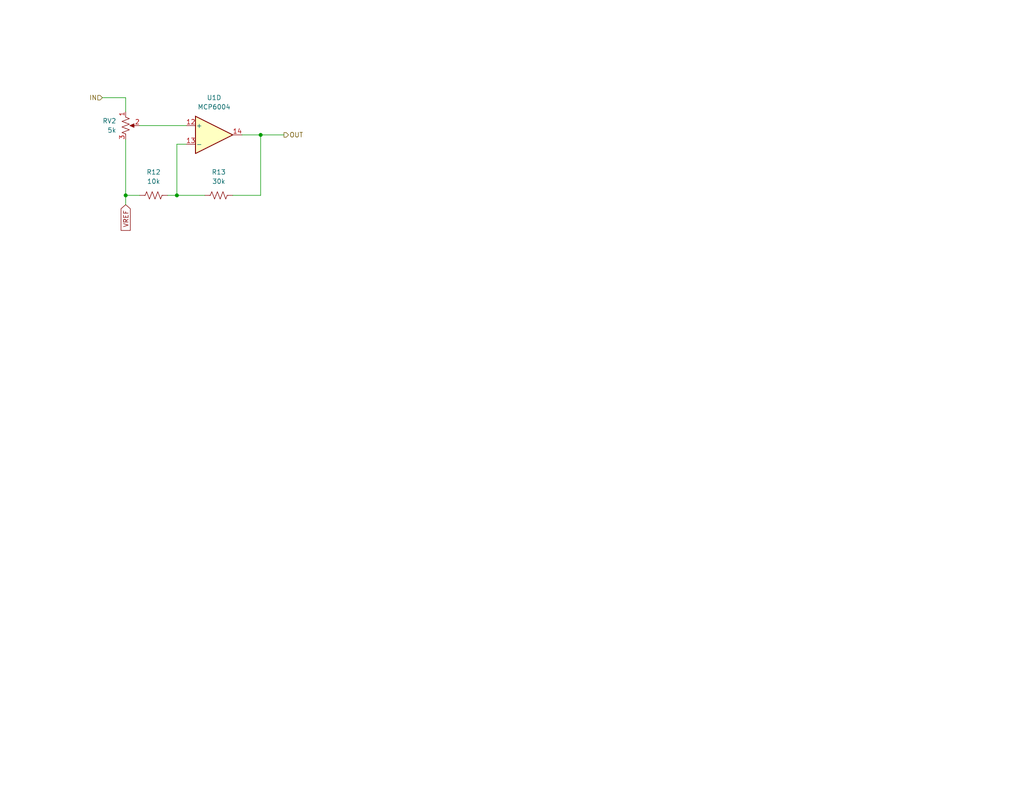
<source format=kicad_sch>
(kicad_sch (version 20250114) (generator "eeschema") (generator_version "9.0")
  (paper "USLetter")
  (title_block (title "EL223FP4L1") (date "2025-05-08") (rev "1") (company "Boles & Walker"))
  (lib_symbols
    (symbol "Amplifier_Operational:MCP6004" (pin_names (offset 0.127))
      (property "Reference" "U" (at 0 5.08 0))
      (property "Value" "MCP6004" (at 0 -5.08 0))
      (symbol "MCP6004_1_1"
        (polyline (pts (xy -5.08 5.08) (xy 5.08 0) (xy -5.08 -5.08) (xy -5.08 5.08)) (stroke (width 0.254)) (fill (type background)))
        (pin input line (at -7.62 2.54 0) (length 2.54) (name "+") (number "3"))
        (pin input line (at -7.62 -2.54 0) (length 2.54) (name "-") (number "2"))
        (pin output line (at 7.62 0 180) (length 2.54) (name "~") (number "1"))
      )
      (symbol "MCP6004_2_1"
        (polyline (pts (xy -5.08 5.08) (xy 5.08 0) (xy -5.08 -5.08) (xy -5.08 5.08)) (stroke (width 0.254)) (fill (type background)))
        (pin input line (at -7.62 2.54 0) (length 2.54) (name "+") (number "5"))
        (pin input line (at -7.62 -2.54 0) (length 2.54) (name "-") (number "6"))
        (pin output line (at 7.62 0 180) (length 2.54) (name "~") (number "7"))
      )
      (symbol "MCP6004_3_1"
        (polyline (pts (xy -5.08 5.08) (xy 5.08 0) (xy -5.08 -5.08) (xy -5.08 5.08)) (stroke (width 0.254)) (fill (type background)))
        (pin input line (at -7.62 2.54 0) (length 2.54) (name "+") (number "10"))
        (pin input line (at -7.62 -2.54 0) (length 2.54) (name "-") (number "9"))
        (pin output line (at 7.62 0 180) (length 2.54) (name "~") (number "8"))
      )
      (symbol "MCP6004_4_1"
        (polyline (pts (xy -5.08 5.08) (xy 5.08 0) (xy -5.08 -5.08) (xy -5.08 5.08)) (stroke (width 0.254)) (fill (type background)))
        (pin input line (at -7.62 2.54 0) (length 2.54) (name "+") (number "12"))
        (pin input line (at -7.62 -2.54 0) (length 2.54) (name "-") (number "13"))
        (pin output line (at 7.62 0 180) (length 2.54) (name "~") (number "14"))
      )
      (symbol "MCP6004_5_1"
        (pin power_in line (at -2.54 7.62 270) (length 3.81) (name "V+") (number "4"))
        (pin power_in line (at -2.54 -7.62 90) (length 3.81) (name "V-") (number "11"))
      )
    )
    (symbol "Device:R_Potentiometer_US" (pin_names (offset 1.016) (hide yes))
      (property "Reference" "RV" (at -4.445 0 90))
      (property "Value" "R_Potentiometer_US" (at -2.54 0 90))
      (symbol "R_Potentiometer_US_0_1"
        (polyline (pts (xy 0 2.54) (xy 0 2.286)))
        (polyline (pts (xy 0 2.286) (xy 1.016 1.905) (xy 0 1.524) (xy -1.016 1.143) (xy 0 0.762)))
        (polyline (pts (xy 0 0.762) (xy 1.016 0.381) (xy 0 0) (xy -1.016 -0.381) (xy 0 -0.762)))
        (polyline (pts (xy 0 -0.762) (xy 1.016 -1.143) (xy 0 -1.524) (xy -1.016 -1.905) (xy 0 -2.286)))
        (polyline (pts (xy 0 -2.286) (xy 0 -2.54)))
        (polyline (pts (xy 1.143 0) (xy 2.286 0.508) (xy 2.286 -0.508) (xy 1.143 0)) (fill (type outline)))
        (polyline (pts (xy 2.54 0) (xy 1.524 0)))
      )
      (symbol "R_Potentiometer_US_1_1"
        (pin passive line (at 0 3.81 270) (length 1.27) (name "1") (number "1"))
        (pin passive line (at 0 -3.81 90) (length 1.27) (name "3") (number "3"))
        (pin passive line (at 3.81 0 180) (length 1.27) (name "2") (number "2"))
      )
    )
    (symbol "Device:R_US" (pin_numbers (hide yes)) (pin_names (offset 0))
      (property "Reference" "R" (at 2.54 0 90))
      (property "Value" "R_US" (at -2.54 0 90))
      (symbol "R_US_0_1"
        (polyline (pts (xy 0 2.286) (xy 0 2.54)))
        (polyline (pts (xy 0 2.286) (xy 1.016 1.905) (xy 0 1.524) (xy -1.016 1.143) (xy 0 0.762)))
        (polyline (pts (xy 0 0.762) (xy 1.016 0.381) (xy 0 0) (xy -1.016 -0.381) (xy 0 -0.762)))
        (polyline (pts (xy 0 -0.762) (xy 1.016 -1.143) (xy 0 -1.524) (xy -1.016 -1.905) (xy 0 -2.286)))
        (polyline (pts (xy 0 -2.286) (xy 0 -2.54)))
      )
      (symbol "R_US_1_1"
        (pin passive line (at 0 3.81 270) (length 1.27) (name "~") (number "1"))
        (pin passive line (at 0 -3.81 90) (length 1.27) (name "~") (number "2"))
      )
    )
  )
  (junction (at 48.26 53.34))
  (junction (at 71.12 36.83))
  (junction (at 34.29 53.34))
  (wire (pts (xy 63.5 53.34) (xy 71.12 53.34)))
  (wire (pts (xy 38.1 34.29) (xy 50.8 34.29)))
  (wire (pts (xy 34.29 55.88) (xy 34.29 53.34)))
  (wire (pts (xy 34.29 26.67) (xy 34.29 30.48)))
  (wire (pts (xy 71.12 53.34) (xy 71.12 36.83)))
  (wire (pts (xy 48.26 39.37) (xy 50.8 39.37)))
  (wire (pts (xy 34.29 38.1) (xy 34.29 53.34)))
  (wire (pts (xy 48.26 53.34) (xy 55.88 53.34)))
  (wire (pts (xy 66.04 36.83) (xy 71.12 36.83)))
  (wire (pts (xy 27.94 26.67) (xy 34.29 26.67)))
  (wire (pts (xy 48.26 53.34) (xy 48.26 39.37)))
  (wire (pts (xy 45.72 53.34) (xy 48.26 53.34)))
  (wire (pts (xy 38.1 53.34) (xy 34.29 53.34)))
  (wire (pts (xy 71.12 36.83) (xy 77.47 36.83)))
  (global_label "VREF" (shape input) (at 34.29 55.88 270) (property "Intersheetrefs" "${INTERSHEET_REFS}" (effects (hide yes))))
  (hierarchical_label "IN" (shape input) (at 27.94 26.67 180))
  (hierarchical_label "OUT" (shape output) (at 77.47 36.83 0))
  (symbol (lib_id "Device:R_US") (at 41.91 53.34 90) (unit 1)
    (property "Reference" "R12" (at 41.91 46.99 90))
    (property "Value" "10k" (at 41.91 49.53 90))
    (property "Description" "Resistor, US symbol" (effects (hide yes)))
  )
  (symbol (lib_id "Device:R_Potentiometer_US") (at 34.29 34.29 0) (unit 1)
    (property "Reference" "RV2" (at 31.75 33.0199 0) (effects (justify right)))
    (property "Value" "5k" (at 31.75 35.5599 0) (effects (justify right)))
    (property "Description" "Potentiometer, US symbol" (effects (hide yes)))
    (property "Sim.Device" "R" (effects (hide yes)))
    (property "Sim.Type" "POT" (effects (hide yes)))
    (property "Sim.Pins" "1=r0 2=wiper 3=r1" (effects (hide yes)))
    (property "Sim.Params" "pos=0.5" (effects (hide yes)))
  )
  (symbol (lib_id "Amplifier_Operational:MCP6004") (at 58.42 36.83 0) (unit 4)
    (property "Reference" "U1" (at 58.42 26.67 0))
    (property "Value" "MCP6004" (at 58.42 29.21 0))
    (property "Datasheet" "http://ww1.microchip.com/downloads/en/DeviceDoc/21733j.pdf" (effects (hide yes)))
    (property "Description" "1MHz, Low-Power Op Amp, DIP-14/SOIC-14/TSSOP-14" (effects (hide yes)))
    (property "Sim.Library" "MCP6001.lib" (effects (hide yes)))
    (property "Sim.Name" "MCP6004" (effects (hide yes)))
    (property "Sim.Device" "SUBCKT" (effects (hide yes)))
    (property "Sim.Pins" "1=OUTA 2=A- 3=A+ 4=VDD 5=B+ 6=B- 7=OUTB 8=OUTC 9=C- 10=C+ 11=VSS 12=D+ 13=D- 14=OUTD" (effects (hide yes)))
  )
  (symbol (lib_id "Device:R_US") (at 59.69 53.34 90) (unit 1)
    (property "Reference" "R13" (at 59.69 46.99 90))
    (property "Value" "30k" (at 59.69 49.53 90))
    (property "Description" "Resistor, US symbol" (effects (hide yes)))
  )
)
</source>
